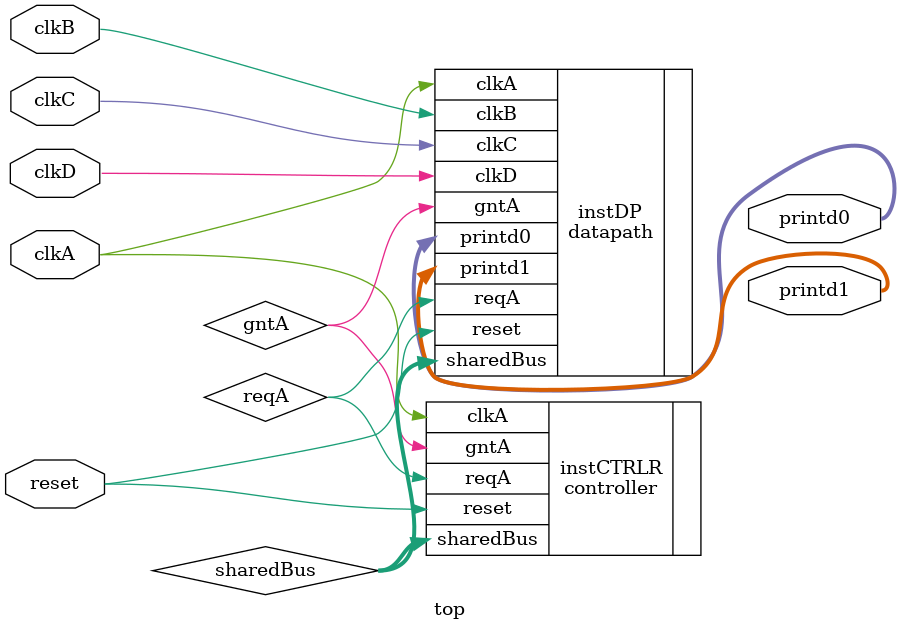
<source format=sv>
`timescale 1ns / 1ps

module top(
    input clkA,
    input clkB,
    input clkC,
    input clkD,
    input reset,
    output reg [7:0] printd0,   
    output reg [7:0] printd1 
    );

    //Regs
    reg gntA;
    reg reqA;
    reg [63:0] sharedBus;

    datapath instDP(
        .clkA(clkA),
        .clkB(clkB),
        .clkC(clkC),
        .clkD(clkD),
        .reset(reset),
        .gntA(gntA),
        .reqA(reqA),
        .sharedBus(sharedBus),
        .printd0(printd0),
        .printd1(printd1)
    );

    controller instCTRLR(
        .clkA(clkA),
        .reset(reset),
        .reqA(reqA),
        .sharedBus(sharedBus),
        .gntA(gntA)
    );


endmodule

</source>
